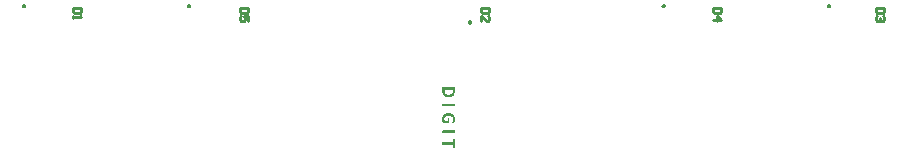
<source format=gto>
%FSTAX23Y23*%
%MOIN*%
%SFA1B1*%

%IPPOS*%
%ADD10C,0.007870*%
%ADD11C,0.010000*%
%LNgel_flex-1*%
%LPD*%
G36*
X0012Y0093D02*
X0012Y0093D01*
X00121Y00929*
X00121Y00929*
X00122Y00929*
X00122Y00929*
X00122Y00929*
X00122Y00929*
X00122Y00928*
X00122Y00928*
X00122Y00928*
Y00916*
X00122Y00915*
Y00915*
X00122Y00914*
X00122Y00913*
X00122Y00912*
X00122Y0091*
X00121Y00909*
X00121Y00907*
Y00907*
X00121Y00907*
X00121Y00907*
X00121Y00907*
X00121Y00906*
X0012Y00906*
X0012Y00905*
X0012Y00904*
X00119Y00903*
X00118Y00902*
X00117Y00901*
X00117Y00901*
X00117Y00901*
X00117Y009*
X00117Y009*
X00116Y009*
X00115Y00899*
X00115Y00899*
X00113Y00898*
X00112Y00897*
X00111Y00897*
X00111*
X00111Y00897*
X0011Y00897*
X0011Y00896*
X0011Y00896*
X00109Y00896*
X00109Y00896*
X00108Y00896*
X00108Y00896*
X00107Y00896*
X00106Y00895*
X00104Y00895*
X00102Y00895*
X00102*
X00102*
X00102*
X00101*
X00101Y00895*
X001*
X001Y00895*
X00099Y00895*
X00097Y00896*
X00096Y00896*
X00094Y00896*
X00092Y00897*
X00092*
X00092Y00897*
X00092Y00897*
X00092Y00897*
X00091Y00897*
X00091Y00897*
X0009Y00898*
X00089Y00898*
X00088Y00899*
X00087Y009*
X00086Y00901*
Y00901*
X00086Y00901*
X00086Y00901*
X00085Y00902*
X00085Y00902*
X00085Y00902*
X00084Y00903*
X00084Y00904*
X00083Y00905*
X00083Y00906*
X00082Y00908*
Y00908*
X00082Y00908*
X00082Y00908*
X00082Y00909*
X00082Y00909*
X00082Y00909*
X00082Y0091*
X00082Y0091*
X00081Y00911*
X00081Y00912*
X00081Y00913*
X00081Y00913*
X00081Y00915*
X00081Y00917*
Y00927*
X00081Y00928*
Y00928*
X00081Y00928*
X00081Y00929*
X00082Y00929*
X00082*
X00082Y00929*
X00082Y00929*
X00082Y00929*
X00082Y00929*
X00083Y0093*
X00083Y0093*
X00084Y0093*
X0012*
X0012*
X0012*
X0012Y0093*
G37*
G36*
X00122Y00873D02*
X00122Y00873D01*
X00122Y00873*
X00122Y00873*
X00122Y00873*
X00122Y00873*
X00122Y00873*
X00122Y00872*
X00122Y00872*
X00122Y00871*
Y00871*
X00122Y00871*
Y0087*
X00123Y0087*
Y00869*
X00122Y00868*
X00122Y00867*
Y00867*
X00122Y00867*
X00122Y00866*
X00122Y00866*
X00122Y00866*
X00122Y00866*
X00122Y00866*
X00122Y00865*
X00122Y00865*
X00122Y00865*
X00121Y00865*
X00121Y00865*
X00082*
X00082*
X00082*
X00082Y00865*
X00081Y00865*
X00081Y00865*
X00081Y00865*
X00081Y00866*
X00081Y00866*
Y00866*
X00081Y00866*
X00081Y00867*
X00081Y00867*
Y00867*
X00081Y00868*
Y00868*
X00081Y00868*
Y0087*
X00081Y00871*
X00081Y00871*
Y00871*
X00081Y00872*
X00081Y00872*
X00081Y00873*
X00081Y00873*
X00081Y00873*
X00081Y00873*
X00081Y00873*
X00082*
X00082Y00873*
X00082Y00873*
X00082Y00874*
X00121*
X00121*
X00121*
X00122Y00873*
G37*
G36*
X00102Y00843D02*
X00103D01*
X00104Y00843*
X00104Y00843*
X00106Y00843*
X00107Y00843*
X00109Y00842*
X0011Y00842*
X0011*
X0011Y00842*
X00111Y00842*
X00111Y00842*
X00111Y00841*
X00112Y00841*
X00113Y00841*
X00114Y0084*
X00115Y00839*
X00116Y00839*
X00117Y00838*
X00117Y00837*
X00117Y00837*
X00117Y00837*
X00118Y00837*
X00118Y00837*
X00118Y00836*
X00119Y00836*
X00119Y00835*
X0012Y00833*
X00121Y00832*
X00121Y00831*
Y00831*
X00122Y00831*
X00122Y0083*
X00122Y0083*
X00122Y0083*
X00122Y00829*
X00122Y00829*
X00122Y00828*
X00122Y00828*
X00123Y00827*
X00123Y00825*
X00123Y00824*
X00123Y00822*
Y00821*
X00123Y0082*
X00123Y00819*
X00123Y00819*
X00123Y00817*
Y00817*
X00123Y00817*
X00122Y00816*
X00122Y00816*
X00122Y00815*
X00122Y00814*
X00122Y00813*
Y00813*
X00122Y00813*
X00122Y00812*
X00121Y00812*
X00121Y00811*
X00121Y00811*
X00121Y0081*
Y0081*
X0012Y0081*
X0012Y0081*
X0012Y0081*
X0012Y00809*
X0012Y00809*
X0012Y00809*
X00119Y00809*
X00119Y00809*
X00119Y00808*
X00118Y00808*
X00118*
X00118Y00808*
X00118*
X00118Y00808*
X00117Y00808*
X00117*
X00116Y00808*
X00116*
X00116*
X00116*
X00115*
X00115*
X00115Y00808*
X00114Y00808*
X00114*
X00114Y00808*
X00114Y00808*
X00113Y00808*
X00113*
X00113Y00808*
X00113Y00809*
X00113Y00809*
Y00809*
X00113Y00809*
X00112Y00809*
Y00809*
X00113Y00809*
X00113Y0081*
X00113Y00811*
Y00811*
X00113Y00811*
X00113Y00811*
X00113Y00811*
X00114Y00812*
X00114Y00812*
X00114Y00812*
X00114Y00813*
X00114Y00813*
X00114Y00813*
X00115Y00814*
X00115Y00814*
X00115Y00815*
X00115Y00815*
X00115Y00816*
X00116Y00817*
X00116Y00817*
X00116Y00817*
X00116Y00817*
X00116Y00818*
X00116Y00819*
X00116Y0082*
X00116Y00821*
Y00822*
X00116Y00823*
X00116Y00823*
X00116Y00824*
X00116Y00825*
X00115Y00826*
X00115Y00827*
X00115Y00827*
X00115Y00827*
X00115Y00828*
X00114Y00828*
X00114Y00829*
X00113Y0083*
X00113Y00831*
X00112Y00831*
X00112Y00831*
X00112Y00831*
X00111Y00832*
X00111Y00832*
X0011Y00833*
X00109Y00833*
X00108Y00833*
X00108Y00834*
X00107*
X00107Y00834*
X00107*
X00107Y00834*
X00107Y00834*
X00106Y00834*
X00105Y00834*
X00104Y00835*
X00103Y00835*
X00102Y00835*
X00102*
X00101*
X00101*
X00101*
X00101Y00835*
X001*
X001Y00835*
X00099Y00834*
X00097Y00834*
X00096Y00834*
X00095Y00834*
X00095*
X00095Y00834*
X00095Y00834*
X00094Y00833*
X00094Y00833*
X00093Y00833*
X00092Y00832*
X00092Y00832*
X00091Y00831*
X00091Y00831*
X00091Y00831*
X0009Y00831*
X0009Y0083*
X00089Y00829*
X00089Y00829*
X00088Y00828*
X00088Y00827*
Y00827*
X00088Y00827*
X00088Y00827*
X00088Y00826*
X00088Y00826*
X00087Y00825*
X00087Y00824*
X00087Y00823*
X00087Y00822*
Y00821*
X00087Y00821*
Y00821*
X00087Y0082*
X00087Y00819*
Y00819*
X00088Y00819*
X00088Y00819*
X00088Y00818*
X00088Y00818*
X00088Y00817*
X00088Y00816*
X00098*
Y00824*
X00098Y00825*
X00098Y00825*
X00099Y00825*
X00099Y00825*
X00099*
X00099Y00825*
X00099Y00825*
X00099*
X001Y00825*
X001Y00825*
X00101Y00826*
X00101*
X00101*
X00101*
X00102*
X00102*
X00102*
X00103Y00825*
X00103*
X00103*
X00103Y00825*
X00103Y00825*
X00104Y00825*
X00104Y00825*
X00104Y00825*
X00104Y00825*
X00104Y00825*
X00104Y00825*
X00104Y00825*
X00104Y00825*
X00104Y00824*
Y0081*
X00104Y0081*
X00104Y00809*
X00104Y00809*
X00104Y00809*
X00104Y00809*
X00104Y00809*
X00104Y00809*
X00103Y00809*
X00103Y00808*
X00103Y00808*
X00103Y00808*
X00103Y00808*
X00102Y00808*
X00102*
X00085*
X00085*
X00085*
X00085*
X00085Y00808*
X00084Y00808*
X00084Y00808*
X00084*
X00083Y00809*
X00083Y00809*
X00083Y00809*
X00083Y00809*
X00083Y00809*
X00082Y0081*
Y0081*
X00082Y0081*
X00082Y0081*
X00082Y00811*
X00082Y00811*
X00082Y00811*
X00082Y00812*
X00082Y00812*
Y00812*
X00082Y00813*
X00081Y00813*
X00081Y00813*
X00081Y00814*
X00081Y00814*
X00081Y00816*
Y00816*
X00081Y00816*
X00081Y00816*
X00081Y00817*
X00081Y00817*
X00081Y00818*
X0008Y00819*
Y00819*
X0008Y0082*
Y0082*
X0008Y0082*
Y00821*
X0008Y00822*
Y00823*
X0008Y00824*
Y00824*
X0008Y00825*
X0008Y00825*
X00081Y00827*
X00081Y00828*
X00081Y0083*
X00082Y00831*
Y00831*
X00082Y00831*
X00082Y00832*
X00082Y00832*
X00082Y00832*
X00082Y00833*
X00083Y00833*
X00083Y00834*
X00084Y00836*
X00085Y00837*
X00086Y00838*
X00086Y00838*
X00086Y00838*
X00086Y00838*
X00086Y00838*
X00087Y00839*
X00088Y00839*
X00089Y0084*
X0009Y00841*
X00091Y00841*
X00092Y00842*
X00092*
X00092Y00842*
X00093Y00842*
X00093Y00842*
X00093Y00842*
X00094Y00842*
X00094Y00843*
X00095Y00843*
X00095Y00843*
X00096Y00843*
X00098Y00843*
X00099Y00843*
X00101Y00843*
X00101*
X00101*
X00102*
X00102*
X00102Y00843*
G37*
G36*
X00122Y00785D02*
X00122Y00784D01*
X00122Y00784*
X00122Y00784*
X00122Y00784*
X00122Y00784*
X00122Y00784*
X00122Y00783*
X00122Y00783*
X00122Y00782*
Y00782*
X00122Y00782*
Y00782*
X00123Y00781*
Y0078*
X00122Y00779*
X00122Y00778*
Y00778*
X00122Y00778*
X00122Y00778*
X00122Y00777*
X00122Y00777*
X00122Y00777*
X00122Y00777*
X00122Y00776*
X00122Y00776*
X00122Y00776*
X00121Y00776*
X00121Y00776*
X00082*
X00082*
X00082*
X00082Y00776*
X00081Y00776*
X00081Y00776*
X00081Y00777*
X00081Y00777*
X00081Y00777*
Y00777*
X00081Y00777*
X00081Y00778*
X00081Y00778*
Y00779*
X00081Y00779*
Y00779*
X00081Y0078*
Y00781*
X00081Y00782*
X00081Y00782*
Y00783*
X00081Y00783*
X00081Y00783*
X00081Y00784*
X00081Y00784*
X00081Y00784*
X00081Y00784*
X00081Y00784*
X00082*
X00082Y00785*
X00082Y00785*
X00082Y00785*
X00121*
X00121*
X00121*
X00122Y00785*
G37*
G36*
X00121Y00756D02*
X00121D01*
X00121*
X00121Y00756*
X00121Y00756*
X00122Y00756*
X00122Y00756*
X00122Y00756*
X00122Y00756*
X00122Y00756*
X00122Y00756*
X00122Y00756*
X00122Y00755*
X00122Y00755*
Y00726*
X00122Y00726*
X00122Y00726*
X00122Y00726*
X00122Y00725*
X00122Y00725*
X00122Y00725*
X00122Y00725*
X00121Y00725*
X00121Y00725*
X00121Y00725*
X0012*
X0012*
X0012Y00725*
X0012Y00725*
X00119*
X00119*
X00119*
X00119*
X00118*
X00118Y00725*
X00117Y00725*
X00117*
X00117Y00725*
X00117Y00725*
X00116Y00725*
X00116Y00725*
X00116Y00725*
X00116Y00725*
X00116Y00726*
Y00726*
X00116Y00726*
X00116Y00726*
X00115Y00726*
Y00736*
X00082*
X00082*
X00082*
X00082Y00737*
X00081Y00737*
X00081Y00737*
X00081Y00737*
X00081Y00737*
X00081Y00737*
Y00737*
X00081Y00738*
X00081Y00738*
X00081Y00739*
Y00739*
X00081Y00739*
Y00739*
X00081Y0074*
Y00741*
X00081Y00742*
X00081Y00743*
Y00743*
X00081Y00743*
X00081Y00744*
X00081Y00744*
X00081Y00744*
X00081Y00744*
X00081Y00744*
X00081Y00745*
X00082*
X00082Y00745*
X00082Y00745*
X00082Y00745*
X00115*
Y00755*
X00116Y00756*
X00116Y00756*
X00116Y00756*
X00116Y00756*
X00116Y00756*
X00116Y00756*
X00116*
X00116Y00756*
X00117Y00756*
X00117Y00756*
X00117*
X00117*
X00118*
X00118Y00756*
X00119*
X00119*
X00119*
X00119*
X00119*
X0012*
X00121Y00756*
G37*
%LNgel_flex-2*%
%LPC*%
G36*
X00116Y00921D02*
X00088D01*
Y00916*
X00088Y00916*
X00088Y00915*
X00088Y00914*
X00088Y00913*
X00088Y00912*
X00088Y00911*
Y00911*
X00089Y00911*
X00089Y00911*
X00089Y0091*
X00089Y0091*
X0009Y00909*
X0009Y00908*
X00091Y00908*
X00091Y00907*
X00091Y00907*
X00091Y00907*
X00092Y00907*
X00092Y00906*
X00093Y00906*
X00094Y00906*
X00095Y00905*
X00096Y00905*
X00096*
X00096Y00905*
X00096*
X00096Y00905*
X00097Y00905*
X00097Y00904*
X00098Y00904*
X00099Y00904*
X00101Y00904*
X00102Y00904*
X00102*
X00102*
X00102*
X00102*
X00103Y00904*
X00104Y00904*
X00105Y00904*
X00105Y00904*
X00106Y00904*
X00107Y00905*
X00107*
X00107Y00905*
X00108Y00905*
X00108Y00905*
X00109Y00905*
X0011Y00906*
X0011Y00906*
X00111Y00906*
X00112Y00907*
X00112Y00907*
X00112Y00907*
X00112Y00908*
X00113Y00908*
X00113Y00909*
X00114Y00909*
X00114Y0091*
X00115Y00911*
X00115Y00911*
X00115Y00911*
X00115Y00912*
X00115Y00912*
X00115Y00913*
X00116Y00914*
X00116Y00916*
X00116Y00917*
Y00921*
G37*
%LNgel_flex-3*%
%LPD*%
G54D10*
X-01311Y012D02*
D01*
X-01311Y01201*
X-01311Y01201*
X-01311Y01201*
X-01311Y01201*
X-01311Y01202*
X-01311Y01202*
X-01311Y01202*
X-01311Y01202*
X-01311Y01203*
X-01311Y01203*
X-01312Y01203*
X-01312Y01203*
X-01312Y01203*
X-01312Y01204*
X-01312Y01204*
X-01313Y01204*
X-01313Y01204*
X-01313Y01204*
X-01314Y01204*
X-01314Y01204*
X-01314Y01204*
X-01314Y01204*
X-01315*
X-01315Y01204*
X-01315Y01204*
X-01315Y01204*
X-01316Y01204*
X-01316Y01204*
X-01316Y01204*
X-01316Y01204*
X-01317Y01204*
X-01317Y01203*
X-01317Y01203*
X-01317Y01203*
X-01317Y01203*
X-01318Y01203*
X-01318Y01202*
X-01318Y01202*
X-01318Y01202*
X-01318Y01202*
X-01318Y01201*
X-01318Y01201*
X-01318Y01201*
X-01318Y01201*
X-01318Y012*
X-01318Y012*
X-01318Y012*
X-01318Y01199*
X-01318Y01199*
X-01318Y01199*
X-01318Y01199*
X-01318Y01198*
X-01318Y01198*
X-01318Y01198*
X-01317Y01198*
X-01317Y01198*
X-01317Y01197*
X-01317Y01197*
X-01317Y01197*
X-01316Y01197*
X-01316Y01197*
X-01316Y01197*
X-01316Y01197*
X-01315Y01196*
X-01315Y01196*
X-01315Y01196*
X-01315Y01196*
X-01314*
X-01314Y01196*
X-01314Y01196*
X-01314Y01196*
X-01313Y01197*
X-01313Y01197*
X-01313Y01197*
X-01312Y01197*
X-01312Y01197*
X-01312Y01197*
X-01312Y01197*
X-01312Y01198*
X-01311Y01198*
X-01311Y01198*
X-01311Y01198*
X-01311Y01198*
X-01311Y01199*
X-01311Y01199*
X-01311Y01199*
X-01311Y01199*
X-01311Y012*
X-01311Y012*
X-01311Y012*
X-00759D02*
D01*
X-00759Y01201*
X-00759Y01201*
X-00759Y01201*
X-00759Y01201*
X-0076Y01202*
X-0076Y01202*
X-0076Y01202*
X-0076Y01202*
X-0076Y01203*
X-0076Y01203*
X-0076Y01203*
X-00761Y01203*
X-00761Y01203*
X-00761Y01204*
X-00761Y01204*
X-00762Y01204*
X-00762Y01204*
X-00762Y01204*
X-00762Y01204*
X-00763Y01204*
X-00763Y01204*
X-00763Y01204*
X-00763*
X-00764Y01204*
X-00764Y01204*
X-00764Y01204*
X-00764Y01204*
X-00765Y01204*
X-00765Y01204*
X-00765Y01204*
X-00765Y01204*
X-00766Y01203*
X-00766Y01203*
X-00766Y01203*
X-00766Y01203*
X-00766Y01203*
X-00767Y01202*
X-00767Y01202*
X-00767Y01202*
X-00767Y01202*
X-00767Y01201*
X-00767Y01201*
X-00767Y01201*
X-00767Y01201*
X-00767Y012*
X-00767Y012*
X-00767Y012*
X-00767Y01199*
X-00767Y01199*
X-00767Y01199*
X-00767Y01199*
X-00767Y01198*
X-00767Y01198*
X-00766Y01198*
X-00766Y01198*
X-00766Y01198*
X-00766Y01197*
X-00766Y01197*
X-00765Y01197*
X-00765Y01197*
X-00765Y01197*
X-00765Y01197*
X-00764Y01197*
X-00764Y01196*
X-00764Y01196*
X-00764Y01196*
X-00763Y01196*
X-00763*
X-00763Y01196*
X-00763Y01196*
X-00762Y01196*
X-00762Y01197*
X-00762Y01197*
X-00762Y01197*
X-00761Y01197*
X-00761Y01197*
X-00761Y01197*
X-00761Y01197*
X-0076Y01198*
X-0076Y01198*
X-0076Y01198*
X-0076Y01198*
X-0076Y01198*
X-0076Y01199*
X-0076Y01199*
X-00759Y01199*
X-00759Y01199*
X-00759Y012*
X-00759Y012*
X-00759Y012*
X00177Y01145D02*
D01*
X00177Y01146*
X00177Y01146*
X00177Y01146*
X00177Y01146*
X00176Y01147*
X00176Y01147*
X00176Y01147*
X00176Y01147*
X00176Y01148*
X00176Y01148*
X00176Y01148*
X00175Y01148*
X00175Y01148*
X00175Y01148*
X00175Y01149*
X00174Y01149*
X00174Y01149*
X00174Y01149*
X00174Y01149*
X00173Y01149*
X00173Y01149*
X00173Y01149*
X00173*
X00172Y01149*
X00172Y01149*
X00172Y01149*
X00172Y01149*
X00171Y01149*
X00171Y01149*
X00171Y01149*
X00171Y01148*
X0017Y01148*
X0017Y01148*
X0017Y01148*
X0017Y01148*
X0017Y01148*
X00169Y01147*
X00169Y01147*
X00169Y01147*
X00169Y01147*
X00169Y01146*
X00169Y01146*
X00169Y01146*
X00169Y01146*
X00169Y01145*
X00169Y01145*
X00169Y01145*
X00169Y01144*
X00169Y01144*
X00169Y01144*
X00169Y01144*
X00169Y01143*
X00169Y01143*
X0017Y01143*
X0017Y01143*
X0017Y01142*
X0017Y01142*
X0017Y01142*
X00171Y01142*
X00171Y01142*
X00171Y01142*
X00171Y01142*
X00172Y01141*
X00172Y01141*
X00172Y01141*
X00172Y01141*
X00173Y01141*
X00173*
X00173Y01141*
X00173Y01141*
X00174Y01141*
X00174Y01141*
X00174Y01142*
X00174Y01142*
X00175Y01142*
X00175Y01142*
X00175Y01142*
X00175Y01142*
X00176Y01142*
X00176Y01143*
X00176Y01143*
X00176Y01143*
X00176Y01143*
X00176Y01144*
X00176Y01144*
X00177Y01144*
X00177Y01144*
X00177Y01145*
X00177Y01145*
X00177Y01145*
X00822Y012D02*
D01*
X00822Y01201*
X00822Y01201*
X00822Y01201*
X00822Y01201*
X00822Y01202*
X00822Y01202*
X00822Y01202*
X00822Y01202*
X00822Y01203*
X00821Y01203*
X00821Y01203*
X00821Y01203*
X00821Y01203*
X00821Y01204*
X0082Y01204*
X0082Y01204*
X0082Y01204*
X0082Y01204*
X00819Y01204*
X00819Y01204*
X00819Y01204*
X00819Y01204*
X00818*
X00818Y01204*
X00818Y01204*
X00817Y01204*
X00817Y01204*
X00817Y01204*
X00817Y01204*
X00816Y01204*
X00816Y01204*
X00816Y01203*
X00816Y01203*
X00816Y01203*
X00815Y01203*
X00815Y01203*
X00815Y01202*
X00815Y01202*
X00815Y01202*
X00815Y01202*
X00815Y01201*
X00815Y01201*
X00814Y01201*
X00814Y01201*
X00814Y012*
X00814Y012*
X00814Y012*
X00815Y01199*
X00815Y01199*
X00815Y01199*
X00815Y01199*
X00815Y01198*
X00815Y01198*
X00815Y01198*
X00815Y01198*
X00816Y01198*
X00816Y01197*
X00816Y01197*
X00816Y01197*
X00816Y01197*
X00817Y01197*
X00817Y01197*
X00817Y01197*
X00817Y01196*
X00818Y01196*
X00818Y01196*
X00818Y01196*
X00819*
X00819Y01196*
X00819Y01196*
X00819Y01196*
X0082Y01197*
X0082Y01197*
X0082Y01197*
X0082Y01197*
X00821Y01197*
X00821Y01197*
X00821Y01197*
X00821Y01198*
X00821Y01198*
X00822Y01198*
X00822Y01198*
X00822Y01198*
X00822Y01199*
X00822Y01199*
X00822Y01199*
X00822Y01199*
X00822Y012*
X00822Y012*
X00822Y012*
X01374D02*
D01*
X01374Y01201*
X01373Y01201*
X01373Y01201*
X01373Y01201*
X01373Y01202*
X01373Y01202*
X01373Y01202*
X01373Y01202*
X01373Y01203*
X01373Y01203*
X01372Y01203*
X01372Y01203*
X01372Y01203*
X01372Y01204*
X01372Y01204*
X01371Y01204*
X01371Y01204*
X01371Y01204*
X01371Y01204*
X0137Y01204*
X0137Y01204*
X0137Y01204*
X01369*
X01369Y01204*
X01369Y01204*
X01369Y01204*
X01368Y01204*
X01368Y01204*
X01368Y01204*
X01368Y01204*
X01367Y01204*
X01367Y01203*
X01367Y01203*
X01367Y01203*
X01367Y01203*
X01366Y01203*
X01366Y01202*
X01366Y01202*
X01366Y01202*
X01366Y01202*
X01366Y01201*
X01366Y01201*
X01366Y01201*
X01366Y01201*
X01366Y012*
X01366Y012*
X01366Y012*
X01366Y01199*
X01366Y01199*
X01366Y01199*
X01366Y01199*
X01366Y01198*
X01366Y01198*
X01366Y01198*
X01367Y01198*
X01367Y01198*
X01367Y01197*
X01367Y01197*
X01367Y01197*
X01368Y01197*
X01368Y01197*
X01368Y01197*
X01368Y01197*
X01369Y01196*
X01369Y01196*
X01369Y01196*
X01369Y01196*
X0137*
X0137Y01196*
X0137Y01196*
X01371Y01196*
X01371Y01197*
X01371Y01197*
X01371Y01197*
X01372Y01197*
X01372Y01197*
X01372Y01197*
X01372Y01197*
X01372Y01198*
X01373Y01198*
X01373Y01198*
X01373Y01198*
X01373Y01198*
X01373Y01199*
X01373Y01199*
X01373Y01199*
X01373Y01199*
X01373Y012*
X01374Y012*
X01374Y012*
G54D11*
X-01123Y01192D02*
X-01149D01*
Y01179*
X-01145Y01175*
X-01127*
X-01123Y01179*
Y01192*
X-01149Y01166D02*
Y01158D01*
Y01162*
X-01123*
X-01127Y01166*
X-00568Y01192D02*
X-00594D01*
Y01179*
X-0059Y01175*
X-00572*
X-00568Y01179*
Y01192*
Y01149D02*
Y01166D01*
X-00581*
X-00577Y01158*
Y01153*
X-00581Y01149*
X-0059*
X-00594Y01153*
Y01162*
X-0059Y01166*
X00237Y01192D02*
X00211D01*
Y01179*
X00216Y01175*
X00233*
X00237Y01179*
Y01192*
X00211Y01149D02*
Y01166D01*
X00229Y01149*
X00233*
X00237Y01153*
Y01162*
X00233Y01166*
X0101Y01192D02*
X00984D01*
Y01179*
X00988Y01175*
X01005*
X0101Y01179*
Y01192*
X00984Y01153D02*
X0101D01*
X00997Y01166*
Y01149*
X01553Y01192D02*
X01527D01*
Y01179*
X01531Y01175*
X01549*
X01553Y01179*
Y01192*
X01549Y01166D02*
X01553Y01162D01*
Y01153*
X01549Y01149*
X01544*
X0154Y01153*
Y01158*
Y01153*
X01536Y01149*
X01531*
X01527Y01153*
Y01162*
X01531Y01166*
M02*
</source>
